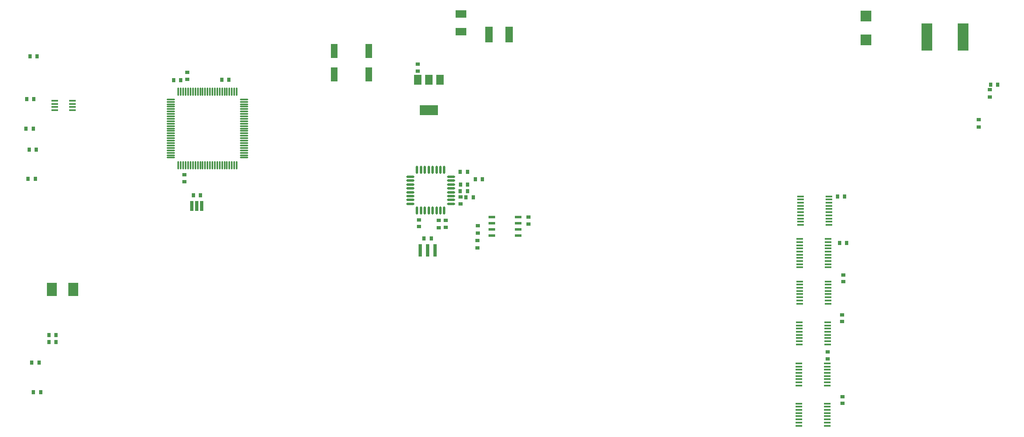
<source format=gbr>
G04 Layer_Color=8421504*
%FSLAX45Y45*%
%MOMM*%
%TF.FileFunction,Paste,Top*%
%TF.Part,Single*%
G01*
G75*
%TA.AperFunction,SMDPad,CuDef*%
%ADD10R,2.26000X2.16000*%
%ADD11R,2.30000X5.60000*%
%ADD12R,0.90000X0.80000*%
%ADD13R,1.47320X0.55880*%
%ADD14R,0.90000X0.70000*%
%ADD15R,0.70000X0.90000*%
%ADD16R,0.80000X2.60000*%
%ADD17R,1.32080X0.35560*%
%ADD18O,1.65000X0.55000*%
%ADD19O,0.55000X1.65000*%
%ADD20R,0.80000X0.90000*%
%ADD21R,0.71120X2.00660*%
%ADD22R,1.40005X2.99999*%
%ADD23R,2.15900X2.74300*%
%ADD24R,3.80000X2.00000*%
%ADD25R,1.50000X2.00000*%
%ADD26O,1.80000X0.29130*%
%ADD27O,0.29130X1.80000*%
%ADD28R,2.18000X1.52000*%
%ADD29R,1.55000X3.30000*%
%ADD30R,1.47320X0.35560*%
D10*
X28153360Y24613760D02*
D03*
Y24123759D02*
D03*
D11*
X29406421Y24185880D02*
D03*
X30146420D02*
D03*
D12*
X21209000Y20473820D02*
D03*
Y20333820D02*
D03*
X18956020Y20280479D02*
D03*
Y20420480D02*
D03*
X18928081Y23625960D02*
D03*
Y23485960D02*
D03*
X27685999Y19287640D02*
D03*
Y19147639D02*
D03*
X27660599Y18464680D02*
D03*
Y18324680D02*
D03*
X27670761Y16778120D02*
D03*
Y16638120D02*
D03*
X27358340Y17700140D02*
D03*
Y17560139D02*
D03*
X14188440Y23315781D02*
D03*
Y23455780D02*
D03*
X19504660Y20267780D02*
D03*
Y20407780D02*
D03*
D13*
X20454620Y20477480D02*
D03*
Y20350481D02*
D03*
Y20223480D02*
D03*
Y20096480D02*
D03*
X20998180D02*
D03*
Y20223480D02*
D03*
Y20350481D02*
D03*
Y20477480D02*
D03*
D14*
X20159979Y19841141D02*
D03*
Y19991141D02*
D03*
X20162520Y20151019D02*
D03*
Y20301019D02*
D03*
X14132561Y21202580D02*
D03*
Y21352580D02*
D03*
X30469839Y22485420D02*
D03*
Y22335420D02*
D03*
X30698441Y23102640D02*
D03*
Y22952640D02*
D03*
X19357339Y20260240D02*
D03*
Y20410240D02*
D03*
X19812000Y20745380D02*
D03*
Y20895380D02*
D03*
D15*
X19206281Y20032980D02*
D03*
X19056281D02*
D03*
X11022260Y16873219D02*
D03*
X11172260D02*
D03*
X10989240Y17480280D02*
D03*
X11139240D02*
D03*
X11032560Y22903180D02*
D03*
X10882560D02*
D03*
X11022400Y22293581D02*
D03*
X10872400D02*
D03*
X11083360Y21869400D02*
D03*
X10933360D02*
D03*
X11065580Y21267419D02*
D03*
X10915580D02*
D03*
X10951140Y23784560D02*
D03*
X11101140D02*
D03*
X30712341Y23205440D02*
D03*
X30862341D02*
D03*
X14311560Y20921980D02*
D03*
X14461560D02*
D03*
X19955580Y21008340D02*
D03*
X19805580D02*
D03*
X19922420Y20883881D02*
D03*
X20072420D02*
D03*
X20262920Y21254720D02*
D03*
X20112920D02*
D03*
X19955580Y21404581D02*
D03*
X19805580D02*
D03*
D16*
X19281281Y19789140D02*
D03*
X18981281D02*
D03*
X19131281D02*
D03*
D17*
X11828780Y22872701D02*
D03*
Y22809200D02*
D03*
Y22743159D02*
D03*
Y22679660D02*
D03*
X11463020D02*
D03*
Y22743159D02*
D03*
Y22809200D02*
D03*
Y22872701D02*
D03*
D18*
X19614780Y20748660D02*
D03*
Y20828661D02*
D03*
Y20908659D02*
D03*
Y20988660D02*
D03*
Y21068660D02*
D03*
Y21148660D02*
D03*
Y21228661D02*
D03*
Y21308659D02*
D03*
X18774780D02*
D03*
Y21228661D02*
D03*
Y21148660D02*
D03*
Y21068660D02*
D03*
Y20988660D02*
D03*
Y20908659D02*
D03*
Y20828661D02*
D03*
Y20748660D02*
D03*
D19*
X19474780Y21448660D02*
D03*
X19394780D02*
D03*
X19314780D02*
D03*
X19234779D02*
D03*
X19154781D02*
D03*
X19074780D02*
D03*
X18994780D02*
D03*
X18914780D02*
D03*
Y20608659D02*
D03*
X18994780D02*
D03*
X19074780D02*
D03*
X19154781D02*
D03*
X19234779D02*
D03*
X19314780D02*
D03*
X19394780D02*
D03*
X19474780D02*
D03*
D20*
X11344760Y17907001D02*
D03*
X11484760D02*
D03*
X11484760Y18049242D02*
D03*
X11344760D02*
D03*
X13912700Y23296880D02*
D03*
X14052699D02*
D03*
X19950580Y21142960D02*
D03*
X19810580D02*
D03*
X15040759Y23301961D02*
D03*
X14900760D02*
D03*
X27707739Y20901660D02*
D03*
X27567740D02*
D03*
X27748380Y19941541D02*
D03*
X27608380D02*
D03*
D21*
X14282063Y20709789D02*
D03*
X14382063D02*
D03*
X14483664Y20709789D02*
D03*
D22*
X17214952Y23895609D02*
D03*
Y23415601D02*
D03*
X17926152Y23895609D02*
D03*
Y23415601D02*
D03*
D23*
X11846580Y18983960D02*
D03*
X11404580D02*
D03*
D24*
X19159219Y22677080D02*
D03*
D25*
X18929221Y23307080D02*
D03*
X19159219D02*
D03*
X19389220D02*
D03*
D26*
X13850000Y22901199D02*
D03*
Y22851199D02*
D03*
Y22801199D02*
D03*
Y22751199D02*
D03*
Y22701199D02*
D03*
Y22651199D02*
D03*
Y22601199D02*
D03*
Y22551199D02*
D03*
Y22501199D02*
D03*
Y22451199D02*
D03*
Y22401199D02*
D03*
Y22351199D02*
D03*
Y22301199D02*
D03*
Y22251199D02*
D03*
Y22201199D02*
D03*
Y22151199D02*
D03*
Y22101199D02*
D03*
Y22051199D02*
D03*
Y22001199D02*
D03*
Y21951199D02*
D03*
Y21901199D02*
D03*
Y21851199D02*
D03*
Y21801199D02*
D03*
Y21751199D02*
D03*
Y21701199D02*
D03*
X15360001D02*
D03*
Y21751199D02*
D03*
Y21801199D02*
D03*
Y21851199D02*
D03*
Y21901199D02*
D03*
Y21951199D02*
D03*
Y22001199D02*
D03*
Y22051199D02*
D03*
Y22101199D02*
D03*
Y22151199D02*
D03*
Y22201199D02*
D03*
Y22251199D02*
D03*
Y22301199D02*
D03*
Y22351199D02*
D03*
Y22401199D02*
D03*
Y22451199D02*
D03*
Y22501199D02*
D03*
Y22551199D02*
D03*
Y22601199D02*
D03*
Y22651199D02*
D03*
Y22701199D02*
D03*
Y22751199D02*
D03*
Y22801199D02*
D03*
Y22851199D02*
D03*
Y22901199D02*
D03*
D27*
X14005000Y21546201D02*
D03*
X14055000D02*
D03*
X14105000D02*
D03*
X14155000D02*
D03*
X14205000D02*
D03*
X14255000D02*
D03*
X14305000D02*
D03*
X14355000D02*
D03*
X14405000D02*
D03*
X14455000D02*
D03*
X14505000D02*
D03*
X14555000D02*
D03*
X14605000D02*
D03*
X14655000D02*
D03*
X14705000D02*
D03*
X14755000D02*
D03*
X14805000D02*
D03*
X14855000D02*
D03*
X14905000D02*
D03*
X14955000D02*
D03*
X15005000D02*
D03*
X15055000D02*
D03*
X15105000D02*
D03*
X15155000D02*
D03*
X15205000D02*
D03*
Y23056200D02*
D03*
X15155000D02*
D03*
X15105000D02*
D03*
X15055000D02*
D03*
X15005000D02*
D03*
X14955000D02*
D03*
X14905000D02*
D03*
X14855000D02*
D03*
X14805000D02*
D03*
X14755000D02*
D03*
X14705000D02*
D03*
X14655000D02*
D03*
X14605000D02*
D03*
X14555000D02*
D03*
X14505000D02*
D03*
X14455000D02*
D03*
X14405000D02*
D03*
X14355000D02*
D03*
X14305000D02*
D03*
X14255000D02*
D03*
X14205000D02*
D03*
X14155000D02*
D03*
X14105000D02*
D03*
X14055000D02*
D03*
X14005000D02*
D03*
D28*
X19817081Y24661980D02*
D03*
Y24293980D02*
D03*
D29*
X20391940Y24239220D02*
D03*
X20811940D02*
D03*
D30*
X27388821Y20901660D02*
D03*
Y20838161D02*
D03*
Y20772121D02*
D03*
Y20706081D02*
D03*
Y20642580D02*
D03*
Y20576540D02*
D03*
Y20513040D02*
D03*
Y20447000D02*
D03*
Y20380960D02*
D03*
Y20317461D02*
D03*
X26804620D02*
D03*
Y20380960D02*
D03*
Y20447000D02*
D03*
Y20513040D02*
D03*
Y20576540D02*
D03*
Y20642580D02*
D03*
Y20706081D02*
D03*
Y20772121D02*
D03*
Y20838161D02*
D03*
Y20901660D02*
D03*
X26784299Y19151601D02*
D03*
Y19085561D02*
D03*
Y19019521D02*
D03*
Y18956020D02*
D03*
Y18889980D02*
D03*
Y18826480D02*
D03*
Y18760440D02*
D03*
Y18694400D02*
D03*
X27368500D02*
D03*
Y18760440D02*
D03*
Y18826480D02*
D03*
Y18889980D02*
D03*
Y18956020D02*
D03*
Y19019521D02*
D03*
Y19085561D02*
D03*
Y19151601D02*
D03*
X26771600Y16637000D02*
D03*
Y16570959D02*
D03*
Y16504919D02*
D03*
Y16441420D02*
D03*
Y16375380D02*
D03*
Y16311880D02*
D03*
Y16245840D02*
D03*
Y16179800D02*
D03*
X27355801D02*
D03*
Y16245840D02*
D03*
Y16311880D02*
D03*
Y16375380D02*
D03*
Y16441420D02*
D03*
Y16504919D02*
D03*
Y16570959D02*
D03*
Y16637000D02*
D03*
X26776682Y18310860D02*
D03*
Y18244820D02*
D03*
Y18178780D02*
D03*
Y18115280D02*
D03*
Y18049240D02*
D03*
Y17985741D02*
D03*
Y17919701D02*
D03*
Y17853661D02*
D03*
X27360880D02*
D03*
Y17919701D02*
D03*
Y17985741D02*
D03*
Y18049240D02*
D03*
Y18115280D02*
D03*
Y18178780D02*
D03*
Y18244820D02*
D03*
Y18310860D02*
D03*
X26771600Y17465041D02*
D03*
Y17399001D02*
D03*
Y17332961D02*
D03*
Y17269460D02*
D03*
Y17203419D02*
D03*
Y17139920D02*
D03*
Y17073880D02*
D03*
Y17007840D02*
D03*
X27355801D02*
D03*
Y17073880D02*
D03*
Y17139920D02*
D03*
Y17203419D02*
D03*
Y17269460D02*
D03*
Y17332961D02*
D03*
Y17399001D02*
D03*
Y17465041D02*
D03*
X27371039Y20025360D02*
D03*
Y19961861D02*
D03*
Y19895821D02*
D03*
Y19829781D02*
D03*
Y19766280D02*
D03*
Y19700240D02*
D03*
Y19636740D02*
D03*
Y19570700D02*
D03*
Y19504660D02*
D03*
Y19441161D02*
D03*
X26786841D02*
D03*
Y19504660D02*
D03*
Y19570700D02*
D03*
Y19636740D02*
D03*
Y19700240D02*
D03*
Y19766280D02*
D03*
Y19829781D02*
D03*
Y19895821D02*
D03*
Y19961861D02*
D03*
Y20025360D02*
D03*
%TF.MD5,03598e60ca40b5976a56695d698913b2*%
M02*

</source>
